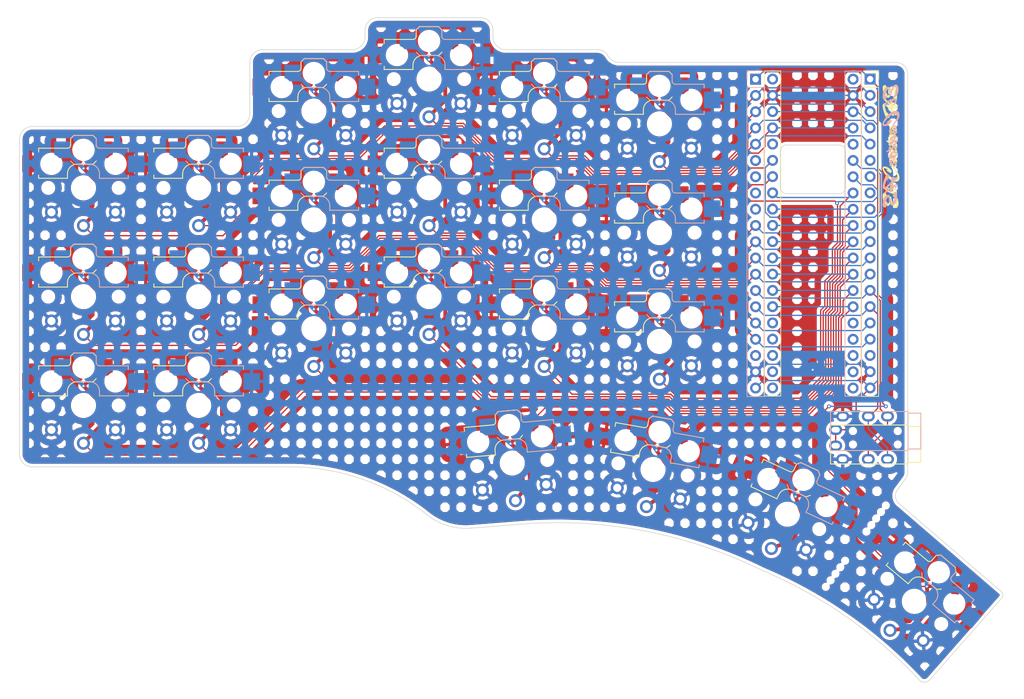
<source format=kicad_pcb>
(kicad_pcb (version 20221018) (generator pcbnew)
  (title_block (title "El Cantor HS") (date "2023-11-22") (rev "rev1.0"))
  (layers (0 "F.Cu" signal) (31 "B.Cu" signal) (34 "B.Paste" user) (35 "F.Paste" user) (36 "B.SilkS" user "B.Silkscreen") (37 "F.SilkS" user "F.Silkscreen") (38 "B.Mask" user) (39 "F.Mask" user) (44 "Edge.Cuts" user))
  (net 0 "")
  (net 1 "+3V3")
  (net 2 "GND")
  (net 3 "/TX")
  (net 4 "/RX")
  (net 5 "/k00")
  (net 6 "/k01")
  (net 7 "/k02")
  (net 8 "/k03")
  (net 9 "/k04")
  (net 10 "/k05")
  (net 11 "/k10")
  (net 12 "/k11")
  (net 13 "/k12")
  (net 14 "/k13")
  (net 15 "/k14")
  (net 16 "/k15")
  (net 17 "/k20")
  (net 18 "/k21")
  (net 19 "/k22")
  (net 20 "/k23")
  (net 21 "/k24")
  (net 22 "/k25")
  (net 23 "/k30")
  (net 24 "/k31")
  (net 25 "/k32")
  (net 26 "/k33")
  (footprint "CANTOR-footprints:Kailh_socket_PG1350_optional_reversible" (layer "F.Cu") (at 164 94)
    (fp_text reference "K25" hide)
    (fp_text value "KEYSW")
  )
  (footprint "CANTOR-footprints:Kailh_socket_PG1350_optional_reversible" (layer "F.Cu") (at 146 92)
    (fp_text reference "K24" hide)
    (fp_text value "KEYSW")
  )
  (footprint "CANTOR-footprints:Kailh_socket_PG1350_optional_reversible" (layer "F.Cu") (at 92 104)
    (fp_text reference "K21" hide)
    (fp_text value "KEYSW")
  )
  (footprint "CANTOR-footprints:Kailh_socket_PG1350_optional_reversible" (layer "F.Cu") (at 110 58)
    (fp_text reference "K02" hide)
    (fp_text value "KEYSW")
  )
  (footprint "CANTOR-footprints:Kailh_socket_PG1350_optional_reversible" (layer "F.Cu") (at 74 87)
    (fp_text reference "K10" hide)
    (fp_text value "KEYSW")
  )
  (footprint "CANTOR-footprints:Kailh_socket_PG1350_optional_reversible" (layer "F.Cu") (at 203.835 134.62 -40)
    (fp_text reference "K33" hide)
    (fp_text value "KEYSW")
  )
  (footprint "CANTOR-footprints:Kailh_socket_PG1350_optional_reversible" (layer "F.Cu") (at 146 58)
    (fp_text reference "K04" hide)
    (fp_text value "KEYSW")
  )
  (footprint "CANTOR-footprints:Kailh_socket_PG1350_optional_reversible" (layer "F.Cu") (at 110 75)
    (fp_text reference "K12" hide)
    (fp_text value "KEYSW")
  )
  (footprint "CANTOR-footprints:Kailh_socket_PG1350_optional_reversible" (layer "F.Cu") (at 141 113 5)
    (fp_text reference "K30" hide)
    (fp_text value "KEYSW")
  )
  (footprint "CANTOR-footprints:Kailh_socket_PG1350_optional_reversible" (layer "F.Cu") (at 92 70)
    (fp_text reference "K01" hide)
    (fp_text value "KEYSW")
  )
  (footprint "CANTOR-footprints:Kailh_socket_PG1350_optional_reversible" (layer "F.Cu") (at 146 75)
    (fp_text reference "K14" hide)
    (fp_text value "KEYSW")
  )
  (footprint "CANTOR-footprints:ELCANTOR-LOGO-04" (layer "F.Cu") (at 200.025 63.5 90)
    (fp_text reference "G***" hide)
    (fp_text value "LOGO" hide)
  )
  (footprint "CANTOR-footprints:Kailh_socket_PG1350_optional_reversible" (layer "F.Cu") (at 128 87)
    (fp_text reference "K23" hide)
    (fp_text value "KEYSW")
  )
  (footprint "CANTOR-footprints:Kailh_socket_PG1350_optional_reversible" (layer "F.Cu") (at 128 53)
    (fp_text reference "K03" hide)
    (fp_text value "KEYSW")
  )
  (footprint "CANTOR-footprints:Kailh_socket_PG1350_optional_reversible" (layer "F.Cu") (at 110 92)
    (fp_text reference "K22" hide)
    (fp_text value "KEYSW")
  )
  (footprint "CANTOR-footprints:TRRS-PJ-320A" (layer "F.Cu") (at 202.85 110.1 -90)
    (fp_text reference "J1" hide)
    (fp_text value "TRRS")
  )
  (footprint "CANTOR-footprints:breakaway-mousebites" (layer "F.Cu") (at 191.72018 130.453085 53.5)
    (fp_text reference "H1" hide)
    (fp_text value "MountingHole" hide)
  )
  (footprint "CANTOR-footprints:Kailh_socket_PG1350_optional_reversible" (layer "F.Cu") (at 164 77)
    (fp_text reference "K15" hide)
    (fp_text value "KEYSW")
  )
  (footprint "CANTOR-footprints:Kailh_socket_PG1350_optional_reversible" (layer "F.Cu") (at 184 121 -25)
    (fp_text reference "K32" hide)
    (fp_text value "KEYSW")
  )
  (footprint "CANTOR-footprints:Kailh_socket_PG1350_optional_reversible" (layer "F.Cu") (at 92 87)
    (fp_text reference "K11" hide)
    (fp_text value "KEYSW")
  )
  (footprint "CANTOR-footprints:YAAJ_WeAct_BlackPill_2" (layer "F.Cu") (at 179.155 53)
    (fp_text reference "U1" hide)
    (fp_text value "YAAJ_WeAct_BlackPill_Part_Like")
  )
  (footprint "CANTOR-footprints:breakaway-mousebites" (layer "F.Cu") (at 198.076755 121.821983 53.5)
    (fp_text reference "H2" hide)
    (fp_text value "MountingHole" hide)
  )
  (footprint "CANTOR-footprints:Kailh_socket_PG1350_optional_reversible" (layer "F.Cu") (at 164 60)
    (fp_text reference "K05" hide)
    (fp_text value "KEYSW")
  )
  (footprint "CANTOR-footprints:Kailh_socket_PG1350_optional_reversible" (layer "F.Cu") (at 74 104)
    (fp_text reference "K20" hide)
    (fp_text value "KEYSW")
  )
  (footprint "CANTOR-footprints:Kailh_socket_PG1350_optional_reversible" (layer "F.Cu") (at 128 70)
    (fp_text reference "K13" hide)
    (fp_text value "KEYSW")
  )
  (footprint "CANTOR-footprints:Kailh_socket_PG1350_optional_reversible" (layer "F.Cu") (at 74 70)
    (fp_text reference "K00" hide)
    (fp_text value "KEYSW")
  )
  (footprint "CANTOR-footprints:Kailh_socket_PG1350_optional_reversible" (layer "F.Cu") (at 163 114 -10)
    (fp_text reference "K31" hide)
    (fp_text value "KEYSW")
  )
  (footprint "CANTOR-footprints:ELCANTOR-LOGO-04" (layer "B.Cu") (at 200.025 63.5 -90)
    (fp_text reference "G***" hide)
    (fp_text value "LOGO" hide)
  )
  (gr_line (start 201.627873 119.469728) (end 217.34609 133.017178) (stroke (width 0.1)) (layer "Edge.Cuts"))
  (gr_arc (start 201.627873 119.469728) (mid 200.914 118.365326) (end 201.250227 117.094) (stroke (width 0.1)) (layer "Edge.Cuts"))
  (gr_line (start 182.9 69.9) (end 182.9 64.3) (stroke (width 0.1)) (layer "Edge.Cuts"))
  (gr_arc (start 201 50.4) (mid 202.272792 50.927208) (end 202.8 52.2) (stroke (width 0.1)) (layer "Edge.Cuts"))
  (gr_arc (start 100 50.4) (mid 100.585786 48.985786) (end 102 48.4) (stroke (width 0.1)) (layer "Edge.Cuts"))
  (gr_line (start 66 113.6) (end 106.5 113.6) (stroke (width 0.1)) (layer "Edge.Cuts"))
  (gr_arc (start 134.5 123.175) (mid 130.930967 122.788889) (end 127.75 121.125) (stroke (width 0.1)) (layer "Edge.Cuts"))
  (gr_arc (start 180.129399 129.800002) (mid 193.361767 137.115812) (end 204.756484 147.054477) (stroke (width 0.1)) (layer "Edge.Cuts"))
  (gr_arc (start 118 45.4) (mid 118.585786 43.985786) (end 120 43.4) (stroke (width 0.1)) (layer "Edge.Cuts"))
  (gr_line (start 192.1 70.9) (end 183.9 70.9) (stroke (width 0.1)) (layer "Edge.Cuts"))
  (gr_line (start 201 50.4) (end 157.750002 50.399998) (stroke (width 0.1)) (layer "Edge.Cuts"))
  (gr_arc (start 182.9 64.3) (mid 183.192893 63.592893) (end 183.9 63.3) (stroke (width 0.1)) (layer "Edge.Cuts"))
  (gr_line (start 206.240973 146.887651) (end 217.55938 134.034822) (stroke (width 0.1)) (layer "Edge.Cuts"))
  (gr_line (start 118 45.4) (end 118 46.4) (stroke (width 0.1)) (layer "Edge.Cuts"))
  (gr_line (start 138 46.4) (end 138 45.4) (stroke (width 0.1)) (layer "Edge.Cuts"))
  (gr_arc (start 193.1 69.9) (mid 192.807107 70.607107) (end 192.1 70.9) (stroke (width 0.1)) (layer "Edge.Cuts"))
  (gr_arc (start 206.240973 146.887651) (mid 205.528622 147.237066) (end 204.756484 147.054476) (stroke (width 0.1)) (layer "Edge.Cuts"))
  (gr_line (start 193.092893 64.3) (end 193.1 69.9) (stroke (width 0.1)) (layer "Edge.Cuts"))
  (gr_arc (start 202.8 114.4) (mid 202.70606 114.973899) (end 202.434044 115.487896) (stroke (width 0.1)) (layer "Edge.Cuts"))
  (gr_line (start 100 50.4) (end 100 58.4) (stroke (width 0.1)) (layer "Edge.Cuts"))
  (gr_line (start 98 60.4) (end 66 60.4) (stroke (width 0.1)) (layer "Edge.Cuts"))
  (gr_arc (start 136 43.4) (mid 137.414214 43.985786) (end 138 45.4) (stroke (width 0.1)) (layer "Edge.Cuts"))
  (gr_arc (start 118 46.4) (mid 117.414214 47.814214) (end 116 48.4) (stroke (width 0.1)) (layer "Edge.Cuts"))
  (gr_arc (start 66 113.6) (mid 64.585786 113.014214) (end 64 111.6) (stroke (width 0.1)) (layer "Edge.Cuts"))
  (gr_line (start 202.8 114.4) (end 202.8 113.2) (stroke (width 0.1)) (layer "Edge.Cuts"))
  (gr_line (start 141.8 122.600001) (end 134.5 123.175) (stroke (width 0.1)) (layer "Edge.Cuts"))
  (gr_arc (start 217.346088 133.017178) (mid 217.662906 133.481949) (end 217.55938 134.034822) (stroke (width 0.1)) (layer "Edge.Cuts"))
  (gr_arc (start 140 48.4) (mid 138.585786 47.814214) (end 138 46.4) (stroke (width 0.1)) (layer "Edge.Cuts"))
  (gr_arc (start 157.750002 50.399998) (mid 156.742216 50.132373) (end 156 49.4) (stroke (width 0.1)) (layer "Edge.Cuts"))
  (gr_line (start 64 62.4) (end 64 111.6) (stroke (width 0.1)) (layer "Edge.Cuts"))
  (gr_arc (start 192.092893 63.3) (mid 192.8 63.592893) (end 193.092893 64.3) (stroke (width 0.1)) (layer "Edge.Cuts"))
  (gr_arc (start 183.9 70.9) (mid 183.192893 70.607107) (end 182.9 69.9) (stroke (width 0.1)) (layer "Edge.Cuts"))
  (gr_line (start 201.250227 117.094) (end 202.434044 115.487896) (stroke (width 0.1)) (layer "Edge.Cuts"))
  (gr_line (start 136 43.4) (end 120 43.4) (stroke (width 0.1)) (layer "Edge.Cuts"))
  (gr_arc (start 64 62.4) (mid 64.585786 60.985786) (end 66 60.4) (stroke (width 0.1)) (layer "Edge.Cuts"))
  (gr_arc (start 106.5 113.600001) (mid 117.756229 115.57996) (end 127.75 121.125) (stroke (width 0.1)) (layer "Edge.Cuts"))
  (gr_line (start 183.9 63.3) (end 192.092893 63.3) (stroke (width 0.1)) (layer "Edge.Cuts"))
  (gr_line (start 116 48.4) (end 102 48.4) (stroke (width 0.1)) (layer "Edge.Cuts"))
  (gr_arc (start 154.3 48.4) (mid 155.286154 48.668538) (end 156 49.4) (stroke (width 0.1)) (layer "Edge.Cuts"))
  (gr_line (start 202.8 113.2) (end 202.8 52.2) (stroke (width 0.1)) (layer "Edge.Cuts"))
  (gr_arc (start 100 58.4) (mid 99.414214 59.814214) (end 98 60.4) (stroke (width 0.1)) (layer "Edge.Cuts"))
  (gr_line (start 154.3 48.4) (end 140 48.4) (stroke (width 0.1)) (layer "Edge.Cuts"))
  (gr_arc (start 141.8 122.600001) (mid 161.459797 123.564333) (end 180.129399 129.8) (stroke (width 0.1)) (layer "Edge.Cuts"))
  (segment (start 193 107.8) (end 191.55 107.8) (width 0.2) (layer "F.Cu") (net 1))
  (segment (start 194.75 103.445) (end 194.75 106.05) (width 0.2) (layer "F.Cu") (net 1))
  (segment (start 193.3 107.5) (end 193 107.8) (width 0.2) (layer "F.Cu") (net 1))
  (segment (start 191.55 107.8) (end 191.55 110.3) (width 0.2) (layer "F.Cu") (net 1))
  (segment (start 196.935 101.26) (end 194.75 103.445) (width 0.2) (layer "F.Cu") (net 1))
  (segment (start 194.75 106.05) (end 193.3 107.5) (width 0.2) (layer "F.Cu") (net 1))
  (segment (start 196.350686 59.47) (end 194.980686 58.1) (width 0.2) (layer "B.Cu") (net 1))
  (segment (start 198.12 100.075) (end 198.12 74.665686) (width 0.2) (layer "B.Cu") (net 1))
  (segment (start 198.12 66.894314) (end 198.12 60.178654) (width 0.2) (layer "B.Cu") (net 1))
  (segment (start 198.12 74.665686) (end 198.92 73.865686) (width 0.2) (layer "B.Cu") (net 1))
  (segment (start 179.035 101.28) (end 180.205 100.11) (width 0.2) (layer "B.Cu") (net 1))
  (segment (start 181.695 58.08) (end 194.255 58.08) (width 0.2) (layer "B.Cu") (net 1))
  (segment (start 198.92 67.694314) (end 198.12 66.894314) (width 0.2) (layer "B.Cu") (net 1))
  (segment (start 194.255 58.08) (end 194.275 58.1) (width 0.2) (layer "B.Cu") (net 1))
  (segment (start 180.205 100.11) (end 195.785 100.11) (width 0.2) (layer "B.Cu") (net 1))
  (segment (start 196.935 101.26) (end 198.12 100.075) (width 0.2) (layer "B.Cu") (net 1))
  (segment (start 195.785 100.11) (end 196.935 101.26) (width 0.2) (layer "B.Cu") (net 1))
  (segment (start 194.980686 58.1) (end 194.275 58.1) (width 0.2) (layer "B.Cu") (net 1))
  (segment (start 198.92 73.865686) (end 198.92 67.694314) (width 0.2) (layer "B.Cu") (net 1))
  (segment (start 197.411346 59.47) (end 196.350686 59.47) (width 0.2) (layer "B.Cu") (net 1))
  (segment (start 198.12 60.178654) (end 197.411346 59.47) (width 0.2) (layer "B.Cu") (net 1))
  (via (at 187.96 98.425) (size 0.6) (drill 0.3) (layers "F.Cu" "B.Cu") (net 2))
  (segment (start 194.255 55.54) (end 194.275 55.56) (width 0.2) (layer "B.Cu") (net 2))
  (segment (start 193.6 112.4) (end 192.65 112.4) (width 0.2) (layer "B.Cu") (net 2))
  (segment (start 180.205 97.57) (end 195.785 97.57) (width 0.2) (layer "B.Cu") (net 2))
  (segment (start 193.5 105.7) (end 192.65 105.7) (width 0.2) (layer "B.Cu") (net 2))
  (segment (start 181.695 55.54) (end 194.255 55.54) (width 0.2) (layer "B.Cu") (net 2))
  (segment (start 195.785 97.57) (end 196.935 98.72) (width 0.2) (layer "B.Cu") (net 2))
  (segment (start 193.2 112.3) (end 192.6625 112.3) (width 0.2) (layer "B.Cu") (net 2))
  (segment (start 179.035 98.74) (end 180.205 97.57) (width 0.2) (layer "B.Cu") (net 2))
  (segment (start 198.52 87.605) (end 198.52 104.57) (width 0.2) (layer "F.Cu") (net 3))
  (segment (start 196.65 110.6) (end 196.65 112.4) (width 0.2) (layer "F.Cu") (net 3))
  (segment (start 199.65 107.6) (end 199.65 105.7) (width 0.2) (layer "F.Cu") (net 3))
  (segment (start 199.65 107.6) (end 196.65 110.6) (width 0.2) (layer "F.Cu") (net 3))
  (segment (start 196.935 86.02) (end 198.52 87.605) (width 0.2) (layer "F.Cu") (net 3))
  (segment (start 198.52 104.57) (end 199.65 105.7) (width 0.2) (layer "F.Cu") (net 3))
  (segment (start 193.786995 87.213005) (end 193.788501 87.214511) (width 0.2) (layer "B.Cu") (net 3))
  (segment (start 179.035 86.04) (end 180.208005 87.213005) (width 0.2) (layer "B.Cu") (net 3))
  (segment (start 195.740489 87.214511) (end 196.935 86.02) (width 0.2) (layer "B.Cu") (net 3))
  (segment (start 193.788501 87.214511) (end 195.740489 87.214511) (width 0.2) (layer "B.Cu") (net 3))
  (segment (start 180.208005 87.213005) (end 193.786995 87.213005) (width 0.2) (layer "B.Cu") (net 3))
  (segment (start 196.935 88.56) (end 198.12 89.745) (width 0.2) (layer "F.Cu") (net 4))
  (segment (start 198.12 89.745) (end 198.12 104.43) (width 0.2) (layer "F.Cu") (net 4))
  (segment (start 196.85 105.7) (end 196.65 105.7) (width 0.2) (layer "F.Cu") (net 4))
  (segment (start 198.12 104.43) (end 196.85 105.7) (width 0.2) (layer "F.Cu") (net 4))
  (segment (start 199.65 110.65) (end 199.65 112.4) (width 0.2) (layer "B.Cu") (net 4))
  (segment (start 196.65 107.65) (end 199.65 110.65) (width 0.2) (layer "B.Cu") (net 4))
  (segment (start 180.380489 89.925489) (end 195.569511 89.925489) (width 0.2) (layer "B.Cu") (net 4))
  (segment (start 196.65 105.7) (end 196.65 107.65) (width 0.2) (layer "B.Cu") (net 4))
  (segment (start 179.035 88.58) (end 180.380489 89.925489) (width 0.2) (layer "B.Cu") (net 4))
  (segment (start 195.569511 89.925489) (end 196.935 88.56) (width 0.2) (layer "B.Cu") (net 4))
  (segment (start 99.695 69.215) (end 103.105 65.805) (width 0.2) (layer "F.Cu") (net 5))
  (segment (start 103.105 65.805) (end 116.716436 65.805) (width 0.2) (layer "F.Cu") (net 5))
  (segment (start 138.36 66.605) (end 151.695 66.605) (width 0.2) (layer "F.Cu") (net 5))
  (segment (start 74 75.9) (end 75.57 77.47) (width 0.2) (layer "F.Cu") (net 5))
  (segment (start 132.88 61.125) (end 138.36 66.605) (width 0.2) (layer "F.Cu") (net 5))
  (segment (start 95.796646 77.47) (end 99.695 73.571646) (width 0.2) (layer "F.Cu") (net 5))
  (segment (start 151.695 66.605) (end 154 68.91) (width 0.2) (layer "F.Cu") (net 5))
  (segment (start 154 68.91) (end 174.225686 68.91) (width 0.2) (layer "F.Cu") (net 5))
  (segment (start 176.241175 66.894511) (end 180.500489 66.894511) (width 0.2) (layer "F.Cu") (net 5))
  (segment (start 116.716436 65.805) (end 121.396436 61.125) (width 0.2) (layer "F.Cu") (net 5))
  (segment (start 174.225686 68.91) (end 176.241175 66.894511) (width 0.2) (layer "F.Cu") (net 5))
  (segment (start 121.396436 61.125) (end 132.88 61.125) (width 0.2) (layer "F.Cu") (net 5))
  (segment (start 75.57 77.47) (end 95.796646 77.47) (width 0.2) (layer "F.Cu") (net 5))
  (segment (start 99.695 73.571646) (end 99.695 69.215) (width 0.2) (layer "F.Cu") (net 5))
  (segment (start 180.500489 66.894511) (end 181.695 65.7) (width 0.2) (layer "F.Cu") (net 5))
  (segment (start 180.545 73.796346) (end 180.545 66.85) (width 0.2) (layer "B.Cu") (net 5))
  (segment (start 197.63 66.97) (end 198.52 67.86) (width 0.2) (layer "B.Cu") (net 5))
  (segment (start 198.52 73.7) (end 197.63 74.59) (width 0.2) (layer "B.Cu") (net 5))
  (segment (start 198.52 67.86) (end 198.52 73.7) (width 0.2) (layer "B.Cu") (net 5))
  (segment (start 181.338654 74.59) (end 180.545 73.796346) (width 0.2) (layer "B.Cu") (net 5))
  (segment (start 195.525 66.97) (end 197.63 66.97) (width 0.2) (layer "B.Cu") (net 5))
  (segment (start 180.545 66.85) (end 181.695 65.7) (width 0.2) (layer "B.Cu") (net 5))
  (segment (start 194.275 65.72) (end 195.525 66.97) (width 0.2) (layer "B.Cu") (net 5))
  (segment (start 197.63 74.59) (end 181.338654 74.59) (width 0.2) (layer "B.Cu") (net 5))
  (segment (start 181.695 60.62) (end 180.5 61.815) (width 0.2) (layer "F.Cu") (net 6))
  (segment (start 180.5 63.566988) (end 179.496988 64.57) (width 0.2) (layer "F.Cu") (net 6))
  (segment (start 96.80096 75.9) (end 92 75.9) (width 0.2) (layer "F.Cu") (net 6))
  (segment (start 116.55075 65.405) (end 102.939314 65.405) (width 0.2) (layer "F.Cu") (net 6))
  (segment (start 121.23075 60.725) (end 116.55075 65.405) (width 0.2) (layer "F.Cu") (net 6))
  (segment (start 151.860686 66.205) (end 138.525686 66.205) (width 0.2) (layer "F.Cu") (net 6))
  (segment (start 154.165686 68.51) (end 151.860686 66.205) (width 0.2) (layer "F.Cu") (net 6))
  (segment (start 99.295 73.40596) (end 96.80096 75.9) (width 0.2) (layer "F.Cu") (net 6))
  (segment (start 180.5 61.815) (end 180.5 63.566988) (width 0.2) (layer "F.Cu") (net 6))
  (segment (start 102.939314 65.405) (end 99.295 69.049314) (width 0.2) (layer "F.Cu") (net 6))
  (segment (start 133.045686 60.725) (end 121.23075 60.725) (width 0.2) (layer "F.Cu") (net 6))
  (segment (start 179.496988 64.57) (end 178 64.57) (width 0.2) (layer "F.Cu") (net 6))
  (segment (start 174.06 68.51) (end 154.165686 68.51) (width 0.2) (layer "F.Cu") (net 6))
  (segment (start 138.525686 66.205) (end 133.045686 60.725) (width 0.2) (layer "F.Cu") (net 6))
  (segment (start 178 64.57) (end 174.06 68.51) (width 0.2) (layer "F.Cu") (net 6))
  (segment (start 99.295 69.049314) (end 99.295 73.40596) (width 0.2) (layer "F.Cu") (net 6))
  (segment (start 194.255 60.62) (end 194.275 60.64) (width 0.2) (layer "B.Cu") (net 6))
  (segment (start 181.695 60.62) (end 194.255 60.62) (width 0.2) (layer "B.Cu") (net 6))
  (segment (start 152.026372 65.805) (end 154.331373 68.11) (width 0.2) (layer "F.Cu") (net 7))
  (segment (start 133.211372 60.325) (end 138.691372 65.805) (width 0.2) (layer "F.Cu") (net 7))
  (segment (start 111.105 65.005) (end 116.385064 65.005) (width 0.2) (layer "F.Cu") (net 7))
  (segment (start 154.331373 68.11) (end 173.894314 68.11) (width 0.2) (layer "F.Cu") (net 7))
  (segment (start 173.894314 68.11) (end 178.824314 63.18) (width 0.2) (layer "F.Cu") (net 7))
  (segment (start 110 63.9) (end 111.105 65.005) (width 0.2) (layer "F.Cu") (net 7))
  (segment (start 178.824314 63.18) (end 179.035 63.18) (width 0.2) (layer "F.Cu") (net 7))
  (segment (start 138.691372 65.805) (end 152.026372 65.805) (width 0.2) (layer "F.Cu") (net 7))
  (segment (start 116.385064 65.005) (end 121.065065 60.325) (width 0.2) (layer "F.Cu") (net 7))
  (segment (start 121.065065 60.325) (end 133.211372 60.325) (width 0.2) (layer "F.Cu") (net 7))
  (segment (start 180.345 61.87) (end 195.645 61.87) (width 0.2) (layer "B.Cu") (net 7))
  (segment (start 179.035 63.18) (end 180.345 61.87) (width 0.2) (layer "B.Cu") (net 7))
  (segment (start 195.645 61.87) (end 196.935 63.16) (width 0.2) (layer "B.Cu") (net 7))
  (segment (start 152.192058 65.405) (end 154.497058 67.71) (width 0.2) (layer "F.Cu") (net 8))
  (segment (start 138.857058 65.405) (end 152.192058 65.405) (width 0.2) (layer "F.Cu") (net 8))
  (segment (start 128 58.9) (end 129.025 59.925) (width 0.2) (layer "F.Cu") (net 8))
  (segment (start 133.377058 59.925) (end 138.857058 65.405) (width 0.2) (layer "F.Cu") (net 8))
  (segment (start 177.8 63.638628) (end 177.8 61.875) (width 0.2) (layer "F.Cu") (net 8))
  (segment (start 177.8 61.875) (end 179.035 60.64) (width 0.2) (layer "F.Cu") (net 8))
  (segment (start 129.025 59.925) (end 133.377058 59.925) (width 0.2) (layer "F.Cu") (net 8))
  (segment (start 173.728628 67.71) (end 177.8 63.638628) (width 0.2) (layer "F.Cu") (net 8))
  (segment (start 154.497058 67.71) (end 173.728628 67.71) (width 0.2) (layer "F.Cu") (net 8))
  (segment (start 179.035 60.64) (end 180.229511 59.445489) (width 0.2) (layer "B.Cu") (net 8))
  (segment (start 180.229511 59.445489) (end 195.760489 59.445489) (width 0.2) (layer "B.Cu") (net 8))
  (segment (start 195.760489 59.445489) (end 196.935 60.62) (width 0.2) (layer "B.Cu") (net 8))
  (segment (start 152.357744 65.005) (end 147.105 65.005) (width 0.2) (layer "F.Cu") (net 9))
  (segment (start 179.035 58.1) (end 177.8 59.335) (width 0.2) (layer "F.Cu") (net 9))
  (segment (start 173.562942 67.31) (end 154.662744 67.31) (width 0.2) (layer "F.Cu") (net 9))
  (segment (start 177.8 61.309314) (end 177.4 61.709314) (width 0.2) (layer "F.Cu") (net 9))
  (segment (start 177.4 61.709314) (end 177.4 63.472942) (width 0.2) (layer "F.Cu") (net 9))
  (segment (start 177.8 59.335) (end 177.8 61.309314) (width 0.2) (layer "F.Cu") (net 9))
  (segment (start 177.4 63.472942) (end 173.562942 67.31) (width 0.2) (layer "F.Cu") (net 9))
  (segment (start 154.662744 67.31) (end 152.357744 65.005) (width 0.2) (layer "F.Cu") (net 9))
  (segment (start 147.105 65.005) (end 146 63.9) (width 0.2) (layer "F.Cu") (net 9))
  (segment (start 179.035 58.1) (end 180.229511 56.905489) (width 0.2) (layer "B.Cu") (net 9))
  (segment (start 195.760489 56.905489) (end 196.935 58.08) (width 0.2) (layer "B.Cu") (net 9))
  (segment (start 180.229511 56.905489) (end 195.760489 56.905489) (width 0.2) (layer "B.Cu") (net 9))
  (segment (start 173.397256 66.91) (end 165.01 66.91) (width 0.2) (layer "F.Cu") (net 10))
  (segment (start 177.4 57.195) (end 177.4 61.143628) (width 0.2) (layer "F.Cu") (net 10))
  (segment (start 177 61.543629) (end 177 63.307256) (width 0.2) (layer "F.Cu") (net 10))
  (segment (start 177.4 61.143628) (end 177 61.543629) (width 0.2) (layer "F.Cu") (net 10))
  (segment (start 177 63.307256) (end 173.397256 66.91) (width 0.2) (layer "F.Cu") (net 10))
  (segment (start 165.01 66.91) (end 164 65.9) (width 0.2) (layer "F.Cu") (net 10))
  (segment (start 179.035 55.56) (end 177.4 57.195) (width 0.2) (layer "F.Cu") (net 10))
  (segment (start 179.035 55.56) (end 180.229511 54.365489) (width 0.2) (layer "B.Cu") (net 10))
  (segment (start 195.760489 54.365489) (end 196.935 55.54) (width 0.2) (layer "B.Cu") (net 10))
  (segment (start 180.229511 54.365489) (end 195.760489 54.365489) (width 0.2) (layer "B.Cu") (net 10))
  (segment (start 138.995 83.75) (end 152.965 83.75) (width 0.2) (layer "F.Cu") (net 11))
  (segment (start 177.4 86.525686) (end 177.4 92.025) (width 0.2) (layer "F.Cu") (net 11))
  (segment (start 155.27 86.055) (end 176.929314 86.055) (width 0.2) (layer "F.Cu") (net 11))
  (segment (start 152.965 83.75) (end 155.27 86.055) (width 0.2) (layer "F.Cu") (net 11))
  (segment (start 102.47 82.95) (end 115.805001 82.95) (width 0.2) (layer "F.Cu") (net 11))
  (segment (start 97.79 94.615) (end 99.695 92.71) (width 0.2) (layer "F.Cu") (net 11))
  (segment (start 176.929314 86.055) (end 177.4 86.525686) (width 0.2) (layer "F.Cu") (net 11))
  (segment (start 99.695 92.71) (end 99.695 85.725) (width 0.2) (layer "F.Cu") (net 11))
  (segment (start 133.515 78.27) (end 138.995 83.75) (width 0.2) (layer "F.Cu") (net 11))
  (segment (start 99.695 85.725) (end 102.47 82.95) (width 0.2) (layer "F.Cu") (net 11))
  (segment (start 177.4 92.025) (end 179.035 93.66) (width 0.2) (layer "F.Cu") (net 11))
  (segment (start 74 92.9) (end 75.715 94.615) (width 0.2) (layer "F.Cu") (net 11))
  (segment (start 75.715 94.615) (end 97.79 94.615) (width 0.2) (layer "F.Cu") (net 11))
  (segment (start 115.805001 82.95) (end 120.485 78.27) (width 0.2) (layer "F.Cu") (net 11))
  (segment (start 120.485 78.27) (end 133.515 78.27) (width 0.2) (layer "F.Cu") (net 11))
  (segment (start 179.035 93.66) (end 180.209511 94.834511) (width 0.2) (layer "B.Cu") (net 11))
  (segment (start 180.209511 94.834511) (end 195.740489 94.834511) (width 0.2) (layer "B.Cu") (net 11))
  (segment (start 195.740489 94.834511) (end 196.935 93.64) (width 0.2) (layer "B.Cu") (net 11))
  (segment (start 99.295 85.49) (end 102.235 82.55) (width 0.2) (layer "F.Cu") (net 12))
  (segment (start 102.235 82.55) (end 115.639315 82.55) (width 0.2) (layer "F.Cu") (net 12))
  (segment (start 120.319315 77.87) (end 133.680686 77.87) (width 0.2) (layer "F.Cu") (net 12))
  (segment (start 99.295 92.475) (end 99.295 85.49) (width 0.2) (layer "F.Cu") (net 12))
  (segment (start 133.680686 77.87) (end 139.160686 83.35) (width 0.2) (layer "F.Cu") (net 12))
  (segment (start 153.130686 83.35) (end 155.435686 85.655) (width 0.2) (layer "F.Cu") (net 12))
  (segment (start 177.8 86.36) (end 177.8 89.885) (width 0.2) (layer "F.Cu") (net 12))
  (segment (start 177.8 89.885) (end 179.035 91.12) (width 0.2) (layer "F.Cu") (net 12))
  (segment (start 92 92.9) (end 93.315 94.215) (width 0.2) (layer "F.Cu") (net 12))
  (segment (start 93.315 94.215) (end 97.555 94.215) (width 0.2) (layer "F.Cu") (net 12))
  (segment (start 155.435686 85.655) (end 177.095 85.655) (width 0.2) (layer "F.Cu") (net 12))
  (segment (start 115.639315 82.55) (end 120.319315 77.87) (width 0.2) (layer "F.Cu") (net 12))
  (segment (start 97.555 94.215) (end 99.295 92.475) (width 0.2) (layer "F.Cu") (net 12))
  (segment (start 139.160686 83.35) (end 153.130686 83.35) (width 0.2) (layer "F.Cu") (net 12))
  (segment (start 177.095 85.655) (end 177.8 86.36) (width 0.2) (layer "F.Cu") (net 12))
  (segment (start 195.740489 92.294511) (end 196.935 91.1) (width 0.2) (layer "B.Cu") (net 12))
  (segment (start 180.209511 92.294511) (end 195.740489 92.294511) (width 0.2) (layer "B.Cu") (net 12))
  (segment (start 179.035 91.12) (end 180.209511 92.294511) (width 0.2) (layer "B.Cu") (net 12))
  (segment (start 153.296372 82.95) (end 155.601372 85.255) (width 0.2) (layer "F.Cu") (net 13))
  (segment (start 110 80.9) (end 111.25 82.15) (width 0.2) (layer "F.Cu") (net 13))
  (segment (start 177.28 85.255) (end 179.035 83.5) (width 0.2) (layer "F.Cu") (net 13))
  (segment (start 155.601372 85.255) (end 177.28 85.255) (width 0.2) (layer "F.Cu") (net 13))
  (segment (start 133.846372 77.47) (end 139.326372 82.95) (width 0.2) (layer "F.Cu") (net 13))
  (segment (start 115.47363 82.15) (end 120.15363 77.47) (width 0.2) (layer "F.Cu") (net 13))
  (segment (start 111.25 82.15) (end 115.47363 82.15) (width 0.2) (layer "F.Cu") (net 13))
  (segment (start 139.326372 82.95) (end 153.296372 82.95) (width 0.2) (layer "F.Cu") (net 13))
  (segment (start 120.15363 77.47) (end 133.846372 77.47) (width 0.2) (layer "F.Cu") (net 13))
  (segment (start 195.740489 84.674511) (end 196.935 83.48) (width 0.2) (layer "B.Cu") (net 13))
  (segment (start 179.035 83.5) (end 180.209511 84.674511) (width 0.2) (layer "B.Cu") (net 13))
  (segment (start 180.209511 84.674511) (end 195.740489 84.674511) (width 0.2) (layer "B.Cu") (net 13))
  (segment (start 153.462058 82.55) (end 139.492058 82.55) (width 0.2) (layer "F.Cu") (net 14))
  (segment (start 134.012058 77.07) (end 129.17 77.07) (width 0.2) (layer "F.Cu") (net 14))
  (segment (start 129.17 77.07) (end 128 75.9) (width 0.2) (layer "F.Cu") (net 14))
  (segment (start 139.492058 82.55) (end 134.012058 77.07) (width 0.2) (layer "F.Cu") (net 14))
  (segment (start 155.767058 84.855) (end 153.462058 82.55) (width 0.2) (layer "F.Cu") (net 14))
  (segment (start 177.8 84.169314) (end 177.114314 84.855) (width 0.2) (layer "F.Cu") (net 14))
  (segment (start 177.114314 84.855) (end 155.767058 84.855) (width 0.2) (layer "F.Cu") (net 14))
  (segment (start 177.8 82.195) (end 177.8 84.169314) (width 0.2) (layer "F.Cu") (net 14))
  (segment (start 179.035 80.96) (end 177.8 82.195) (width 0.2) (layer "F.Cu") (net 14))
  (segment (start 179.035 80.96) (end 180.209511 82.134511) (width 0.2) (layer "B.Cu") (net 14))
  (segment (start 180.209511 82.134511) (end 195.740489 82.134511) (width 0.2) (layer "B.Cu") (net 14))
  (segment (start 195.740489 82.134511) (end 196.935 80.94) (width 0.2) (layer "B.Cu") (net 14))
  (segment (start 177.8 81.629314) (end 177.4 82.029315) (width 0.2) (layer "F.Cu") (net 15))
  (segment (start 177.8 79.655) (end 177.8 81.629314) (width 0.2) (layer "F.Cu") (net 15))
  (segment (start 147.25 82.15) (end 146 80.9) (width 0.2) (layer "F.Cu") (net 15))
  (segment (start 177.4 84.003628) (end 176.948628 84.455) (width 0.2) (layer "F.Cu") (net 15))
  (segment (start 155.932744 84.455) (end 153.627743 82.15) (width 0.2) (layer "F.Cu") (net 15))
  (segment (start 153.627743 82.15) (end 147.25 82.15) (width 0.2) (layer "F.Cu") (net 15))
  (segment (start 176.948628 84.455) (end 155.932744 84.455) (width 0.2) (layer "F.Cu") (net 15))
  (segment (start 179.035 78.42) (end 177.8 79.655) (width 0.2) (layer "F.Cu") (net 15))
  (segment (start 177.4 82.029315) (end 177.4 84.003628) (width 0.2) (layer "F.Cu") (net 15))
  (segment (start 195.740489 79.594511) (end 196.935 78.4) (width 0.2) (layer "B.Cu") (net 15))
  (segment (start 180.209511 79.594511) (end 195.740489 79.594511) (width 0.2) (layer "B.Cu") (net 15))
  (segment (start 179.035 78.42) (end 180.209511 79.594511) (width 0.2) (layer "B.Cu") (net 15))
  (segment (start 179.035 75.88) (end 177.4 77.515) (width 0.2) (layer "F.Cu") (net 16))
  (segment (start 177.4 77.515) (end 177.4 81.463629) (width 0.2) (layer "F.Cu") (net 16))
  (segment (start 177 83.837942) (end 176.782942 84.055) (width 0.2) (layer "F.Cu") (net 16))
  (segment (start 165.155 84.055) (end 164 82.9) (width 0.2) (layer "F.Cu") (net 16))
  (segment (start 177.4 81.463629) (end 177 81.86363) (width 0.2) (layer "F.Cu") (net 16))
  (segment (start 176.782942 84.055) (end 165.155 84.055) (width 0.2) (layer "F.Cu") (net 16))
  (segment (start 177 81.86363) (end 177 83.837942) (width 0.2) (layer "F.Cu") (net 16))
  (segment (start 179.035 75.88) (end 180.189511 77.034511) (width 0.2) (layer "B.Cu") (net 16))
  (segment (start 195.740489 77.054511) (end 196.935 75.86) (width 0.2) (layer "B.Cu") (net 16))
  (segment (start 192.275009 77.034511) (end 192.295009 77.054511) (width 0.2) (layer "B.Cu") (net 16))
  (segment (start 180.189511 77.034511) (end 192.275009 77.034511) (width 0.2) (layer "B.Cu") (net 16))
  (segment (start 192.295009 77.054511) (end 195.740489 77.054511) (width 0.2) (layer "B.Cu") (net 16))
  (segment (start 186.802942 104.87) (end 166.14157 104.87) (width 0.2) (layer "F.Cu") (net 17))
  (segment (start 165.10657 103.835) (end 137.019314 103.835) (width 0.2) (layer "F.Cu") (net 17))
  (segment (start 191.860121 85.349194) (end 191.860121 89.297824) (width 0.2) (layer "F.Cu") (net 17))
  (segment (start 194.275 80.96) (end 193.04 82.195) (width 0.2) (layer "F.Cu") (net 17))
  (segment (start 137.019314 103.835) (end 135.084314 101.9) (width 0.2) (layer "F.Cu") (net 17))
  (segment (start 108.35 101.9) (end 98.49 111.76) (width 0.2) (layer "F.Cu") (net 17))
  (segment (start 75.86 111.76) (end 74 109.9) (width 0.2) (layer "F.Cu") (net 17))
  (segment (start 193.04 84.169315) (end 191.860121 85.349194) (width 0.2) (layer "F.Cu") (net 17))
  (segment (start 191.205 100.467942) (end 186.802942 104.87) (width 0.2) (layer "F.Cu") (net 17))
  (segment (start 191.205 89.952945) (end 191.205 100.467942) (width 0.2) (layer "F.Cu") (net 17))
  (segment (start 191.860121 89.297824) (end 191.205 89.952945) (width 0.2) (layer "F.Cu") (net 17))
  (segment (start 135.084314 101.9) (end 108.35 101.9) (width 0.2) (layer "F.Cu") (net 17))
  (segment (start 166.14157 104.87) (end 165.10657 103.835) (width 0.2) (layer "F.Cu") (net 17))
  (segment (start 98.49 111.76) (end 75.86 111.76) (width 0.2) (layer "F.Cu") (net 17))
  (segment (start 193.04 82.195) (end 193.04 84.169315) (width 0.2) (layer "F.Cu") (net 17))
  (segment (start 181.695 80.94) (end 194.255 80.94) (width 0.2) (layer "B.Cu") (net 17))
  (segment (start 194.255 80.94) (end 194.275 80.96) (width 0.2) (layer "B.Cu") (net 17))
  (segment (start 93.46 111.36) (end 92 109.9) (width 0.2) (layer "F.Cu") (net 18))
  (segment (start 166.307256 104.47) (end 165.272256 103.435) (width 0.2) (layer "F.Cu") (net 18))
  (segment (start 108 101.5) (end 98.14 111.36) (width 0.2) (layer "F.Cu") (net 18))
  (segment (start 190.805 100.302256) (end 186.637256 104.47) (width 0.2) (layer "F.Cu") (net 18))
  (segment (start 135.25 101.5) (end 108 101.5) (width 0.2) (layer "F.Cu") (net 18))
  (segment (start 191.460121 89.132139) (end 190.805 89.78726) (width 0.2) (layer "F.Cu") (net 18))
  (segment (start 190.805 89.78726) (end 190.805 100.302256) (width 0.2) (layer "F.Cu") (net 18))
  (segment (start 165.272256 103.435) (end 137.185 103.435) (width 0.2) (layer "F.Cu") (net 18))
  (segment (start 191.460121 85.183509) (end 191.460121 89.132139) (width 0.2) (layer "F.Cu") (net 18))
  (segment (start 192.64 84.003629) (end 191.460121 85.183509) (width 0.2) (layer "F.Cu") (net 18))
  (segment (start 137.185 103.435) (end 135.25 101.5) (width 0.2) (layer "F.Cu") (net 18))
  (segment (start 98.14 111.36) (end 93.46 111.36) (width 0.2) (layer "F.Cu") (net 18))
  (segment (start 186.637256 104.47) (end 166.307256 104.47) (width 0.2) (layer "F.Cu") (net 18))
  (segment (start 194.275 78.42) (end 192.64 80.055) (width 0.2) (layer "F.Cu") (net 18))
  (segment (start 192.64 80.055) (end 192.64 84.003629) (width 0.2) (layer "F.Cu") (net 18))
  (segment (start 194.255 78.4) (end 194.275 78.42) (width 0.2) (layer "B.Cu") (net 18))
  (segment (start 181.695 78.4) (end 194.255 78.4) (width 0.2) (layer "B.Cu") (net 18))
  (segment (start 190.405 89.621575) (end 190.405 100.13657) (width 0.2) (layer "F.Cu") (net 19))
  (segment (start 191.060121 85.017824) (end 191.060121 88.966454) (width 0.2) (layer "F.Cu") (net 19))
  (segment (start 193.04 79.089314) (end 192.24 79.889315) (width 0.2) (layer "F.Cu") (net 19))
  (segment (start 165.437941 103.035) (end 137.350686 103.035) (width 0.2) (layer "F.Cu") (net 19))
  (segment (start 135.415685 101.1) (end 113.2 101.1) (width 0.2) (layer "F.Cu") (net 19))
  (segment (start 194.275 75.88) (end 193.04 77.115) (width 0.2) (layer "F.Cu") (net 19))
  (segment (start 137.350686 103.035) (end 135.415685 101.1) (width 0.2) (layer "F.Cu") (net 19))
  (segment (start 192.24 83.837943) (end 191.060121 85.017824) (width 0.2) (layer "F.Cu") (net 19))
  (segment (start 193.04 77.115) (end 193.04 79.089314) (width 0.2) (layer "F.Cu") (net 19))
  (segment (start 192.24 79.889315) (end 192.24 83.837943) (width 0.2) (layer "F.Cu") (net 19))
  (segment (start 191.060121 88.966454) (end 190.405 89.621575) (width 0.2) (layer "F.Cu") (net 19))
  (segment (start 186.47157 104.07) (end 166.472942 104.07) (width 0.2) (layer "F.Cu") (net 19))
  (segment (start 190.405 100.13657) (end 186.47157 104.07) (width 0.2) (layer "F.Cu") (net 19))
  (segment (start 166.472942 104.07) (end 165.437941 103.035) (width 0.2) (layer "F.Cu") (net 19))
  (segment (start 113.2 101.1) (end 110 97.9) (width 0.2) (layer "F.Cu") (net 19))
  (segment (start 181.695 75.86) (end 194.255 75.86) (width 0.2) (layer "B.Cu") (net 19))
  (segment (start 194.255 75.86) (end 194.275 75.88) (width 0.2) (layer "B.Cu") (net 19))
  (segment (start 166.638628 103.67) (end 165.603628 102.635) (width 0.2) (layer "F.Cu") (net 20))
  (segment (start 190.005 99.970884) (end 186.305884 103.67) (width 0.2) (layer "F.Cu") (net 20))
  (segment (start 190.660121 84.852139) (end 190.660121 88.800768) (width 0.2) (layer "F.Cu") (net 20))
  (segment (start 137.735 102.635) (end 128 92.9) (width 0.2) (layer "F.Cu") (net 20))
  (segment (start 191.84 83.672258) (end 190.660121 84.852139) (width 0.2) (layer "F.Cu") (net 20))
  (segment (start 191.84 79.72363) (end 191.84 83.672258) (width 0.2) (layer "F.Cu") (net 20))
  (segment (start 186.305884 103.67) (end 166.638628 103.67) (width 0.2) (layer "F.Cu") (net 20))
  (segment (start 192.64 78.923628) (end 191.84 79.72363) (width 0.2) (layer "F.Cu") (net 20))
  (segment (start 192.64 74.975) (end 192.64 78.923628) (width 0.2) (layer "F.Cu") (net 20))
  (segment (start 165.603628 102.635) (end 137.735 102.635) (width 0.2) (layer "F.Cu") (net 20))
  (segment (start 190.005 89.45589) (end 190.005 99.970884) (width 0.2) (layer "F.Cu") (net 20))
  (segment (start 194.275 73.34) (end 192.64 74.975) (width 0.2) (layer "F.Cu") (net 20))
  (segment (start 190.660121 88.800768) (end 190.005 89.45589) (width 0.2) (layer "F.Cu") (net 20))
  (segment (start 194.255 73.32) (end 194.275 73.34) (width 0.2) (layer "B.Cu") (net 20))
  (segment (start 181.695 73.32) (end 194.255 73.32) (width 0.2) (layer "B.Cu") (net 20))
  (segment (start 189.605 99.805198) (end 186.140198 103.27) (width 0.2) (layer "F.Cu") (net 21))
  (segment (start 190.260121 84.686454) (end 190.260121 88.635084) (width 0.2) (layer "F.Cu") (net 21))
  (segment (start 192.24 78.757943) (end 191.44 79.557945) (width 0.2) (layer "F.Cu") (net 21))
  (segment (start 194.275 70.8) (end 192.24 72.835) (width 0.2) (layer "F.Cu") (net 21))
  (segment (start 192.24 72.835) (end 192.24 78.757943) (width 0.2) (layer "F.Cu") (net 21))
  (segment (start 190.260121 88.635084) (end 189.605 89.290205) (width 0.2) (layer "F.Cu") (net 21))
  (segment (start 191.44 83.506573) (end 190.260121 84.686454) (width 0.2) (layer "F.Cu") (net 21))
  (segment (start 191.44 79.557945) (end 191.44 83.506573) (width 0.2) (layer "F.Cu") (net 21))
  (segment (start 165.769314 102.235) (end 150.335 102.235) (width 0.2) (layer "F.Cu") (net 21))
  (segment (start 166.804314 103.27) (end 165.769314 102.235) (width 0.2) (layer "F.Cu") (net 21))
  (segment (start 150.335 102.235) (end 146 97.9) (width 0.2) (layer "F.Cu") (net 21))
  (segment (start 186.140198 103.27) (end 166.804314 103.27) (width 0.2) (layer "F.Cu") (net 21))
  (segment (start 189.605 89.290205) (end 189.605 99.805198) (width 0.2) (layer "F.Cu") (net 21))
  (segment (start 193.575 71.5) (end 194.275 70.8) (width 0.2) (layer "B.Cu") (net 21))
  (segment (start 182.415 71.5) (end 193.575 71.5) (width 0.2) (layer "B.Cu") (net 21))
  (segment (start 181.695 70.78) (end 182.415 71.5) (width 0.2) (layer "B.Cu") (net 21))
  (segment (start 177.72 71.45) (end 177.72 70.263012) (width 0.2) (layer "F.Cu") (net 22))
  (segment (start 185.974512 102.87) (end 166.97 102.87) (width 0.2) (layer "F.Cu") (net 22))
  (segment (start 178.33 72.06) (end 177.72 71.45) (width 0.2) (layer "F.Cu") (net 22))
  (segment (start 189.860121 84.520769) (end 189.860121 88.469399) (width 0.2) (layer "F.Cu") (net 22))
  (segment (start 191.77 72.39) (end 191.44 72.06) (width 0.2) (layer "F.Cu") (net 22))
  (segment (start 166.97 102.87) (end 164 99.9) (width 0.2) (layer "F.Cu") (net 22))
  (segment (start 178.473012 69.51) (end 180.425 69.51) (width 0.2) (layer "F.Cu") (net 22))
  (segment (start 180.425 69.51) (end 181.695 68.24) (width 0.2) (layer "F.Cu") (net 22))
  (segment (start 191.44 72.06) (end 178.33 72.06) (width 0.2) (layer "F.Cu") (net 22))
  (segment (start 191.84 78.592258) (end 191.04 79.39226) (width 0.2) (layer "F.Cu") (net 22))
  (segment (start 191.04 83.340888) (end 189.860121 84.520769) (width 0.2) (layer "F.Cu") (net 22))
  (segment (start 177.72 70.263012) (end 178.473012 69.51) (width 0.2) (layer "F.Cu") (net 22))
  (segment (start 191.84 72.46) (end 191.84 78.592258) (width 0.2) (layer "F.Cu") (net 22))
  (segment (start 191.04 79.39226) (end 191.04 83.340888) (width 0.2) (layer "F.Cu") (net 22))
  (segment (start 189.860121 88.469399) (end 189.205 89.12452) (width 0.2) (layer "F.Cu") (net 22))
  (segment (start 189.205 99.639512) (end 185.974512 102.87) (width 0.2) (layer "F.Cu") (net 22))
  (segment (start 191.77 72.39) (end 191.84 72.46) (width 0.2) (layer "F.Cu") (net 22))
  (segment (start 189.205 89.12452) (end 189.205 99.639512) (width 0.2) (layer "F.Cu") (net 22))
  (via (at 191.77 72.39) (size 0.6) (drill 0.3) (layers "F.Cu" "B.Cu") (net 22))
  (segment (start 195.535 69.52) (end 194.275 68.26) (width 0.2) (layer "B.Cu") (net 22))
  (segment (start 198.12 71.36) (end 198.12 70.338654) (width 0.2) (layer "B.Cu") (net 22))
  (segment (start 197.301346 69.52) (end 195.535 69.52) (width 0.2) (layer "B.Cu") (net 22))
  (segment (start 192.02 72.14) (end 197.34 72.14) (width 0.2) (layer "B.Cu") (net 22))
  (segment (start 191.77 72.39) (end 192.02 72.14) (width 0.2) (layer "B.Cu") (net 22))
  (segment (start 198.12 70.338654) (end 197.301346 69.52) (width 0.2) (layer "B.Cu") (net 22))
  (segment (start 197.34 72.14) (end 198.12 71.36) (width 0.2) (layer "B.Cu") (net 22))
  (segment (start 165.975884 105.27) (end 164.940884 104.235) (width 0.2) (layer "F.Cu") (net 23))
  (segment (start 186.968628 105.27) (end 165.975884 105.27) (width 0.2) (layer "F.Cu") (net 23))
  (segment (start 191.605 100.633628) (end 186.968628 105.27) (width 0.2) (layer "F.Cu") (net 23))
  (segment (start 192.260121 85.514879) (end 192.260121 89.463507) (width 0.2) (layer "F.Cu") (net 23))
  (segment (start 164.940884 104.235) (end 146.296167 104.235) (width 0.2) (layer "F.Cu") (net 23))
  (segment (start 194.275 83.5) (end 192.260121 85.514879) (width 0.2) (layer "F.Cu") (net 23))
  (segment (start 192.260121 89.463507) (end 191.605 90.11863) (width 0.2) (layer "F.Cu") (net 23))
  (segment (start 191.605 90.11863) (end 191.605 100.633628) (width 0.2) (layer "F.Cu") (net 23))
  (segment (start 146.296167 104.235) (end 143.743961 106.787206) (width 0.2) (layer "F.Cu") (net 23))
  (segment (start 194.255 83.48) (end 194.275 83.5) (width 0.2) (layer "B.Cu") (net 23))
  (segment (start 181.695 83.48) (end 194.255 83.48) (width 0.2) (layer "B.Cu") (net 23))
  (segment (start 192.709641 89.579673) (end 192.005 90.284315) (width 0.2) (layer "F.Cu") (net 24))
  (segment (start 192.005 100.799314) (end 187.134314 105.67) (width 0.2) (layer "F.Cu") (net 24))
  (segment (start 187.134314 105.67) (end 170.297544 105.67) (width 0.2) (layer "F.Cu") (net 24))
  (segment (start 192.005 90.284315) (end 192.005 100.799314) (width 0.2) (layer "F.Cu") (net 24))
  (segment (start 170.297544 105.67) (end 167.258452 108.709092) (width 0.2) (layer "F.Cu") (net 24))
  (segment (start 194.275 86.04) (end 192.709641 87.605359) (width 0.2) (layer "F.Cu") (net 24))
  (segment (start 192.709641 87.605359) (end 192.709641 89.579673) (width 0.2) (layer "F.Cu") (net 24))
  (segment (start 181.695 86.02) (end 194.255 86.02) (width 0.2) (layer "B.Cu") (net 24))
  (segment (start 194.255 86.02) (end 194.275 86.04) (width 0.2) (layer "B.Cu") (net 24))
  (segment (start 194.275 88.58) (end 192.405 90.45) (width 0.2) (layer "F.Cu") (net 25))
  (segment (start 192.405 100.965) (end 189.482737 103.887263) (width 0.2) (layer "F.Cu") (net 25))
  (segment (start 189.482737 103.887263) (end 189.482737 116.991543) (width 0.2) (layer "F.Cu") (net 25))
  (segment (start 192.405 90.45) (end 192.405 100.965) (width 0.2) (layer "F.Cu") (net 25))
  (segment (start 181.695 88.56) (end 194.255 88.56) (width 0.2) (layer "B.Cu") (net 25))
  (segment (start 194.255 88.56) (end 194.275 88.58) (width 0.2) (layer "B.Cu") (net 25))
  (segment (start 198.12 54.185) (end 196.935 53) (width 0.2) (layer "F.Cu") (net 26))
  (segment (start 189.882737 104.757263) (end 189.882737 113.682737) (width 0.2) (layer "F.Cu") (net 26))
  (segment (start 195.58 124.517812) (end 203.347285 132.285097) (width 0.2) (layer "F.Cu") (net 26))
  (segment (start 199.39 104.14) (end 198.92 103.67) (width 0.2) (layer "F.Cu") (net 26))
  (segment (start 190.5 104.14) (end 189.882737 104.757263) (width 0.2) (layer "F.Cu") (net 26))
  (segment (start 195.58 119.38) (end 195.58 124.517812) (width 0.2) (layer "F.Cu") (net 26))
  (segment (start 198.92 103.67) (end 198.92 87.439315) (width 0.2) (layer "F.Cu") (net 26))
  (segment (start 203.347285 132.285097) (end 205.794217 132.285097) (width 0.2) (layer "F.Cu") (net 26))
  (segment (start 198.12 86.639314) (end 198.12 54.185) (width 0.2) (layer "F.Cu") (net 26))
  (segment (start 189.882737 113.682737) (end 195.58 119.38) (width 0.2) (layer "F.Cu") (net 26))
  (segment (start 198.92 87.439315) (end 198.12 86.639314) (width 0.2) (layer "F.Cu") (net 26))
  (via (at 190.5 104.14) (size 0.6) (drill 0.3) (layers "F.Cu" "B.Cu") (net 26))
  (via (at 199.39 104.14) (size 0.6) (drill 0.3) (layers "F.Cu" "B.Cu") (net 26))
  (segment (start 179.035 53.02) (end 180.205 51.85) (width 0.2) (layer "B.Cu") (net 26))
  (segment (start 190.5 104.14) (end 199.39 104.14) (width 0.2) (layer "B.Cu") (net 26))
  (segment (start 195.785 51.85) (end 196.935 53) (width 0.2) (layer "B.Cu") (net 26))
  (segment (start 180.205 51.85) (end 195.785 51.85) (width 0.2) (layer "B.Cu") (net 26))
  (zone (net 2) (net_name "GND") (layers "F&B.Cu") (connect_pads (clearance 0.508)) (min_thickness 0.254) (fill yes (mode hatch) (thermal_gap 0.508) (thermal_bridge_width 0.508) (hatch_thickness 1) (hatch_gap 1.5) (hatch_orientation 0) (hatch_smoothing_level 1) (hatch_smoothing_value 0.5) (hatch_border_algorithm hatch_thickness) (hatch_min_hole_area 0.3))
    (polygon (pts (xy 220.98 149.86) (xy 60.96 149.86) (xy 60.96 40.64) (xy 220.98 40.64)))
  )
)
</source>
